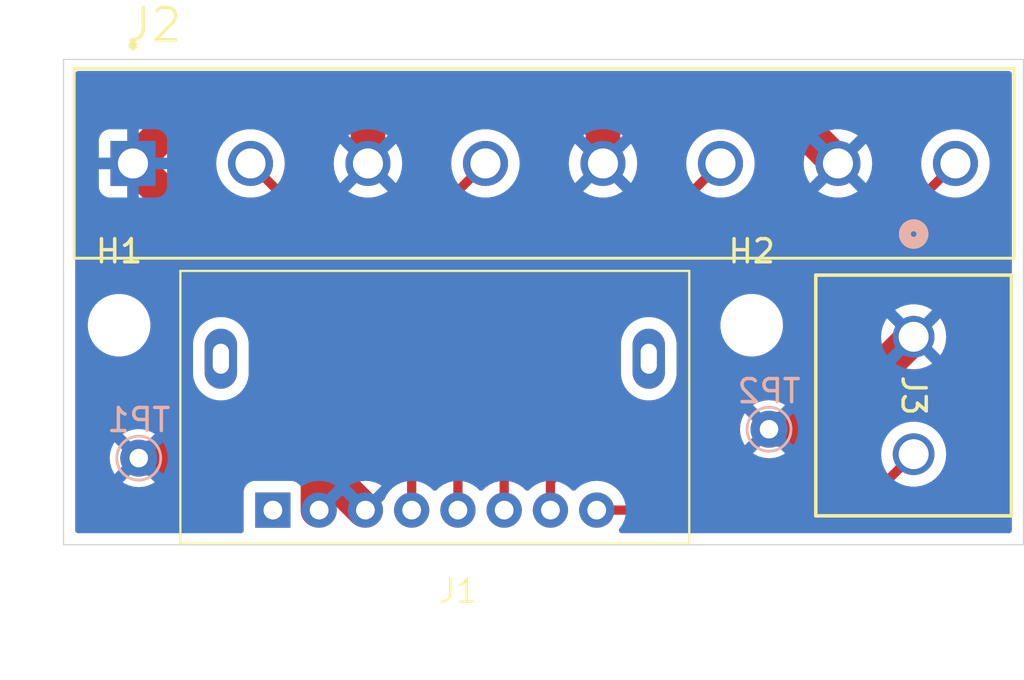
<source format=kicad_pcb>
(kicad_pcb (version 20240108) (generator "pcbnew") (generator_version "8.0")
  (layers (0 "F.Cu" signal) (31 "B.Cu" signal) (34 "B.Paste" user) (35 "F.Paste" user) (36 "B.SilkS" user "B.Silkscreen") (37 "F.SilkS" user "F.Silkscreen") (38 "B.Mask" user) (39 "F.Mask" user) (44 "Edge.Cuts" user))
  (net 0 "")
  (net 1 "Net-(J1-Pin_6)")
  (net 2 "Net-(J1-Pin_4)")
  (net 3 "GND")
  (net 4 "Net-(J1-Pin_5)")
  (net 5 "Net-(J1-Pin_8)")
  (net 6 "Net-(J1-Pin_7)")
  (footprint "molex_custom:Molex_2200301081" (layer "F.Cu") (at 81.05 87)
    (property "Reference" "J1" (at 0 -0.5 0) (layer "F.SilkS") (effects (font (thickness 0.1))))
    (property "Value" "I/O")
    (fp_line (start -12 -14.35) (end -12 -2.55) (stroke (width 0.1)) (layer "F.SilkS"))
    (fp_line (start -12 -14.35) (end 10 -14.35) (stroke (width 0.1)) (layer "F.SilkS"))
    (fp_line (start -12 -2.55) (end 10 -2.55) (stroke (width 0.1)) (layer "F.SilkS"))
    (fp_line (start 10 -14.35) (end 10 -2.55) (stroke (width 0.1)) (layer "F.SilkS"))
    (pad "1" thru_hole rect (at -8 -4 90) (size 1.524 1.524) (drill 0.81) (layers "*.Cu" "*.Mask"))
    (pad "2" thru_hole circle (at -6 -4 90) (size 1.524 1.524) (drill 0.81) (layers "*.Cu" "*.Mask") (net 3 "GND"))
    (pad "3" thru_hole circle (at -4 -4 90) (size 1.524 1.524) (drill 0.81) (layers "*.Cu" "*.Mask") (net 3 "GND"))
    (pad "4" thru_hole circle (at -2 -4 90) (size 1.524 1.524) (drill 0.81) (layers "*.Cu" "*.Mask") (net 2 "Net-(J1-Pin_4)"))
    (pad "5" thru_hole circle (at 0 -4 90) (size 1.524 1.524) (drill 0.81) (layers "*.Cu" "*.Mask") (net 4 "Net-(J1-Pin_5)"))
    (pad "6" thru_hole circle (at 2 -4 90) (size 1.524 1.524) (drill 0.81) (layers "*.Cu" "*.Mask") (net 1 "Net-(J1-Pin_6)"))
    (pad "7" thru_hole circle (at 4 -4 90) (size 1.524 1.524) (drill 0.81) (layers "*.Cu" "*.Mask") (net 6 "Net-(J1-Pin_7)"))
    (pad "8" thru_hole circle (at 6 -4 90) (size 1.524 1.524) (drill 0.81) (layers "*.Cu" "*.Mask") (net 5 "Net-(J1-Pin_8)"))
    (pad "9" thru_hole oval (at -10.25 -10.55 270) (size 2.6 1.4) (drill oval 1.3 0.7) (layers "*.Cu" "*.Mask"))
    (pad "9" thru_hole oval (at 8.25 -10.55 270) (size 2.6 1.4) (drill oval 1.3 0.7) (layers "*.Cu" "*.Mask"))
  )
  (footprint "TB006_508_08BE:CUI_TB006-508-08BE" (layer "F.Cu") (at 67 68)
    (property "Reference" "J2" (at 0.905 -5.989 0) (layer "F.SilkS") (effects (font (size 1.4 1.4))))
    (property "Value" "Conn_01x08_Socket")
    (fp_line (start -2.54 -4.1) (end 38.1 -4.1) (stroke (width 0.127)) (layer "F.SilkS"))
    (fp_line (start -2.54 4.1) (end -2.54 -4.1) (stroke (width 0.127)) (layer "F.SilkS"))
    (fp_line (start 38.1 -4.1) (end 38.1 4.1) (stroke (width 0.127)) (layer "F.SilkS"))
    (fp_line (start 38.1 4.1) (end -2.54 4.1) (stroke (width 0.127)) (layer "F.SilkS"))
    (fp_circle (center 0 -5.1) (end 0.1 -5.1) (stroke (width 0.2)) (fill none) (layer "F.SilkS"))
    (pad "1" thru_hole rect (at 0 0) (size 1.95 1.95) (drill 1.3) (layers "*.Cu" "*.Mask") (net 3 "GND"))
    (pad "2" thru_hole circle (at 5.08 0) (size 1.95 1.95) (drill 1.3) (layers "*.Cu" "*.Mask") (net 2 "Net-(J1-Pin_4)"))
    (pad "3" thru_hole circle (at 10.16 0) (size 1.95 1.95) (drill 1.3) (layers "*.Cu" "*.Mask") (net 3 "GND"))
    (pad "4" thru_hole circle (at 15.24 0) (size 1.95 1.95) (drill 1.3) (layers "*.Cu" "*.Mask") (net 4 "Net-(J1-Pin_5)"))
    (pad "5" thru_hole circle (at 20.32 0) (size 1.95 1.95) (drill 1.3) (layers "*.Cu" "*.Mask") (net 3 "GND"))
    (pad "6" thru_hole circle (at 25.4 0) (size 1.95 1.95) (drill 1.3) (layers "*.Cu" "*.Mask") (net 1 "Net-(J1-Pin_6)"))
    (pad "7" thru_hole circle (at 30.48 0) (size 1.95 1.95) (drill 1.3) (layers "*.Cu" "*.Mask") (net 3 "GND"))
    (pad "8" thru_hole circle (at 35.56 0) (size 1.95 1.95) (drill 1.3) (layers "*.Cu" "*.Mask") (net 6 "Net-(J1-Pin_7)"))
  )
  (footprint "MountingHole:MountingHole_2.2mm_M2" (layer "F.Cu") (at 93.75 75)
    (property "Reference" "H2" (at 0 -3.2 0) (layer "F.SilkS"))
    (property "Value" "MountingHole")
    (pad "" np_thru_hole circle (at 0 0) (size 2.2 2.2) (drill 2.2) (layers "*.Cu" "*.Mask"))
  )
  (footprint "MountingHole:MountingHole_2.2mm_M2" (layer "F.Cu") (at 66.4 75)
    (property "Reference" "H1" (at 0 -3.2 0) (layer "F.SilkS"))
    (property "Value" "MountingHole")
    (pad "" np_thru_hole circle (at 0 0) (size 2.2 2.2) (drill 2.2) (layers "*.Cu" "*.Mask"))
  )
  (footprint "terminal_custom:CONN_TB006-508-02_CUD" (layer "F.Cu") (at 100.752101 75.5 -90)
    (property "Reference" "J3" (at 2.54 0 -90) (layer "F.SilkS"))
    (property "Value" "Conn_01x02_Socket")
    (fp_circle (center -4.445 0) (end -4.064 0) (stroke (width 0.508)) (fill none) (layer "B.SilkS"))
    (fp_line (start -2.667 4.231201) (end 7.747 4.231201) (stroke (width 0.1524)) (layer "F.SilkS"))
    (fp_line (start 7.747 4.231201) (end 7.747 -4.226999) (stroke (width 0.1524)) (layer "F.SilkS"))
    (fp_line (start -2.667 -4.226999) (end -2.667 4.231201) (stroke (width 0.1524)) (layer "F.SilkS"))
    (fp_line (start 7.747 -4.226999) (end -2.667 -4.226999) (stroke (width 0.1524)) (layer "F.SilkS"))
    (fp_circle (center -4.445 0) (end -4.064 0) (stroke (width 0.508)) (fill none) (layer "F.SilkS"))
    (pad "1" thru_hole circle (at 0 0 270) (size 1.8034 1.8034) (drill 1.2954) (layers "*.Cu" "*.Mask") (net 3 "GND"))
    (pad "2" thru_hole circle (at 5.08 0 270) (size 1.8034 1.8034) (drill 1.2954) (layers "*.Cu" "*.Mask") (net 5 "Net-(J1-Pin_8)"))
  )
  (footprint "TestPoint:TestPoint_Pad_D1.5mm" (layer "B.Cu") (at 94.5 79.5 180)
    (property "Reference" "TP2" (at 0 1.648 180) (layer "B.SilkS") (effects (justify mirror)))
    (property "Value" "TestPoint")
    (fp_circle (center 0 0) (end 0 -0.95) (stroke (width 0.12)) (fill none) (layer "B.SilkS"))
    (pad "1" smd circle (at 0 0 180) (size 1.5 1.5) (layers "B.Cu" "B.Mask") (net 3 "GND"))
  )
  (footprint "TestPoint:TestPoint_Pad_D1.5mm" (layer "B.Cu") (at 67.25 80.75 180)
    (property "Reference" "TP1" (at 0 1.648 180) (layer "B.SilkS") (effects (justify mirror)))
    (property "Value" "TestPoint")
    (fp_circle (center 0 0) (end 0 -0.95) (stroke (width 0.12)) (fill none) (layer "B.SilkS"))
    (pad "1" smd circle (at 0 0 180) (size 1.5 1.5) (layers "B.Cu" "B.Mask") (net 3 "GND"))
  )
  (gr_rect (start 64 63.5) (end 105.5 84.5) (stroke (width 0.05)) (fill none) (layer "Edge.Cuts"))
  (segment (start 84.3 78.2) (end 84.3 73.4) (width 0.4) (layer "F.Cu") (net 1))
  (segment (start 84.3 73.4) (end 86.7 71) (width 0.4) (layer "F.Cu") (net 1))
  (segment (start 89.4 71) (end 92.4 68) (width 0.4) (layer "F.Cu") (net 1))
  (segment (start 83.05 83) (end 83.05 79.45) (width 0.4) (layer "F.Cu") (net 1))
  (segment (start 83.05 79.45) (end 84.3 78.2) (width 0.4) (layer "F.Cu") (net 1))
  (segment (start 86.7 71) (end 89.4 71) (width 0.4) (layer "F.Cu") (net 1))
  (segment (start 77.2 78.2) (end 77.2 73.12) (width 0.4) (layer "F.Cu") (net 2))
  (segment (start 79.05 83) (end 79.05 80.05) (width 0.4) (layer "F.Cu") (net 2))
  (segment (start 77.2 73.12) (end 72.08 68) (width 0.4) (layer "F.Cu") (net 2))
  (segment (start 79.05 80.05) (end 77.2 78.2) (width 0.4) (layer "F.Cu") (net 2))
  (segment (start 96.752101 79.5) (end 94.5 79.5) (width 1.5) (layer "F.Cu") (net 3))
  (segment (start 73 74) (end 73 79) (width 1.5) (layer "F.Cu") (net 3))
  (segment (start 77 83) (end 75 81) (width 1.5) (layer "F.Cu") (net 3))
  (segment (start 100.752101 75.5) (end 96.752101 79.5) (width 1.5) (layer "F.Cu") (net 3))
  (segment (start 67.02 68.02) (end 67.02 68) (width 1.5) (layer "F.Cu") (net 3))
  (segment (start 67 68) (end 73 74) (width 1.5) (layer "F.Cu") (net 3))
  (segment (start 94.73 65.25) (end 97.48 68) (width 1.5) (layer "F.Cu") (net 3))
  (segment (start 75 83) (end 75 81) (width 1.5) (layer "F.Cu") (net 3))
  (segment (start 77.75 65.25) (end 87.75 65.25) (width 1.5) (layer "F.Cu") (net 3))
  (segment (start 73 79) (end 71.25 80.75) (width 1.5) (layer "F.Cu") (net 3))
  (segment (start 73 79) (end 73.375 79.375) (width 1.5) (layer "F.Cu") (net 3))
  (segment (start 87.75 65.25) (end 94.73 65.25) (width 1.5) (layer "F.Cu") (net 3))
  (segment (start 67 68) (end 69.75 65.25) (width 1.5) (layer "F.Cu") (net 3))
  (segment (start 75 81) (end 73.375 79.375) (width 1.5) (layer "F.Cu") (net 3))
  (segment (start 69.75 65.25) (end 77.75 65.25) (width 1.5) (layer "F.Cu") (net 3))
  (segment (start 87.32 68) (end 87.32 65.68) (width 1.5) (layer "F.Cu") (net 3))
  (segment (start 71.25 80.75) (end 67.25 80.75) (width 1.5) (layer "F.Cu") (net 3))
  (segment (start 77.16 68) (end 77.16 65.84) (width 1.5) (layer "F.Cu") (net 3))
  (via (at 94.5 79.5) (size 1.6) (drill 0.8) (layers "F.Cu" "B.Cu") (net 3))
  (via (at 67.25 80.75) (size 1.6) (drill 0.8) (layers "F.Cu" "B.Cu") (net 3))
  (segment (start 70 83) (end 73.75 79.25) (width 0.4) (layer "B.Cu") (net 3))
  (segment (start 73.75 79.25) (end 73.75 81) (width 0.4) (layer "B.Cu") (net 3))
  (segment (start 68.75 83) (end 70 83) (width 0.4) (layer "B.Cu") (net 3))
  (segment (start 81.05 83) (end 81.05 69.19) (width 0.4) (layer "F.Cu") (net 4))
  (segment (start 81.05 69.19) (end 82.24 68) (width 0.4) (layer "F.Cu") (net 4))
  (segment (start 87 83) (end 98.332101 83) (width 0.4) (layer "F.Cu") (net 5))
  (segment (start 98.332101 83) (end 100.752101 80.58) (width 0.4) (layer "F.Cu") (net 5))
  (segment (start 90 73.5) (end 92.25 71.25) (width 0.4) (layer "F.Cu") (net 6))
  (segment (start 88.5 73.5) (end 90 73.5) (width 0.4) (layer "F.Cu") (net 6))
  (segment (start 85.05 81.75) (end 87 79.8) (width 0.4) (layer "F.Cu") (net 6))
  (segment (start 87 75) (end 88.5 73.5) (width 0.4) (layer "F.Cu") (net 6))
  (segment (start 92.25 71.25) (end 99.31 71.25) (width 0.4) (layer "F.Cu") (net 6))
  (segment (start 85.05 83) (end 85.05 81.75) (width 0.4) (layer "F.Cu") (net 6))
  (segment (start 87 79.8) (end 87 75) (width 0.4) (layer "F.Cu") (net 6))
  (segment (start 99.31 71.25) (end 102.56 68) (width 0.4) (layer "F.Cu") (net 6))
  (zone (net 3) (net_name "GND") (layer "B.Cu") (connect_pads (clearance 0.5)) (min_thickness 0.25) (fill yes (thermal_gap 0.5) (thermal_bridge_width 0.5))
    (polygon (pts (xy 105 84) (xy 105 63.75) (xy 64.5 63.75) (xy 64.5 84)))
  )
)
</source>
